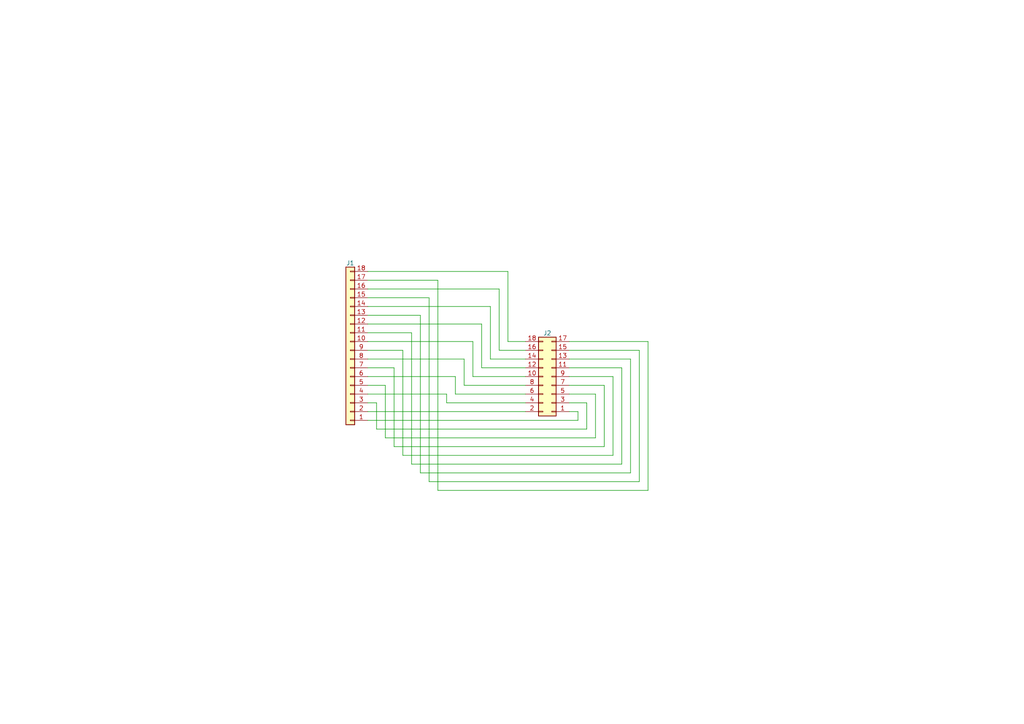
<source format=kicad_sch>
(kicad_sch (version 20211123) (generator eeschema)
  (paper "A4")
  (title_block (date "2022-12-26") (rev "1.0"))
  (lib_symbols
    (symbol "Connector_Generic:Conn_01x18" (pin_names (offset 1.016) hide)
      (property "Reference" "J" (at 0 22.86 0))
      (property "Value" "Conn_01x18" (at 0 -25.4 0))
      (symbol "Conn_01x18_1_1"
        (rectangle (start -1.27 -22.733) (end 0 -22.987) (stroke (width 0.1524)))
        (rectangle (start -1.27 -20.193) (end 0 -20.447) (stroke (width 0.1524)))
        (rectangle (start -1.27 -17.653) (end 0 -17.907) (stroke (width 0.1524)))
        (rectangle (start -1.27 -15.113) (end 0 -15.367) (stroke (width 0.1524)))
        (rectangle (start -1.27 -12.573) (end 0 -12.827) (stroke (width 0.1524)))
        (rectangle (start -1.27 -10.033) (end 0 -10.287) (stroke (width 0.1524)))
        (rectangle (start -1.27 -7.493) (end 0 -7.747) (stroke (width 0.1524)))
        (rectangle (start -1.27 -4.953) (end 0 -5.207) (stroke (width 0.1524)))
        (rectangle (start -1.27 -2.413) (end 0 -2.667) (stroke (width 0.1524)))
        (rectangle (start -1.27 0.127) (end 0 -0.127) (stroke (width 0.1524)))
        (rectangle (start -1.27 2.667) (end 0 2.413) (stroke (width 0.1524)))
        (rectangle (start -1.27 5.207) (end 0 4.953) (stroke (width 0.1524)))
        (rectangle (start -1.27 7.747) (end 0 7.493) (stroke (width 0.1524)))
        (rectangle (start -1.27 10.287) (end 0 10.033) (stroke (width 0.1524)))
        (rectangle (start -1.27 12.827) (end 0 12.573) (stroke (width 0.1524)))
        (rectangle (start -1.27 15.367) (end 0 15.113) (stroke (width 0.1524)))
        (rectangle (start -1.27 17.907) (end 0 17.653) (stroke (width 0.1524)))
        (rectangle (start -1.27 20.447) (end 0 20.193) (stroke (width 0.1524)))
        (rectangle (start -1.27 21.59) (end 1.27 -24.13) (stroke (width 0.254)) (fill (type background)))
        (pin passive line (at -5.08 20.32 0) (length 3.81) (name "Pin_1") (number "1"))
        (pin passive line (at -5.08 -2.54 0) (length 3.81) (name "Pin_10") (number "10"))
        (pin passive line (at -5.08 -5.08 0) (length 3.81) (name "Pin_11") (number "11"))
        (pin passive line (at -5.08 -7.62 0) (length 3.81) (name "Pin_12") (number "12"))
        (pin passive line (at -5.08 -10.16 0) (length 3.81) (name "Pin_13") (number "13"))
        (pin passive line (at -5.08 -12.7 0) (length 3.81) (name "Pin_14") (number "14"))
        (pin passive line (at -5.08 -15.24 0) (length 3.81) (name "Pin_15") (number "15"))
        (pin passive line (at -5.08 -17.78 0) (length 3.81) (name "Pin_16") (number "16"))
        (pin passive line (at -5.08 -20.32 0) (length 3.81) (name "Pin_17") (number "17"))
        (pin passive line (at -5.08 -22.86 0) (length 3.81) (name "Pin_18") (number "18"))
        (pin passive line (at -5.08 17.78 0) (length 3.81) (name "Pin_2") (number "2"))
        (pin passive line (at -5.08 15.24 0) (length 3.81) (name "Pin_3") (number "3"))
        (pin passive line (at -5.08 12.7 0) (length 3.81) (name "Pin_4") (number "4"))
        (pin passive line (at -5.08 10.16 0) (length 3.81) (name "Pin_5") (number "5"))
        (pin passive line (at -5.08 7.62 0) (length 3.81) (name "Pin_6") (number "6"))
        (pin passive line (at -5.08 5.08 0) (length 3.81) (name "Pin_7") (number "7"))
        (pin passive line (at -5.08 2.54 0) (length 3.81) (name "Pin_8") (number "8"))
        (pin passive line (at -5.08 0 0) (length 3.81) (name "Pin_9") (number "9"))
      )
    )
    (symbol "Connector_Generic:Conn_02x09_Odd_Even" (pin_names (offset 1.016) hide)
      (property "Reference" "J" (at 1.27 12.7 0))
      (property "Value" "Conn_02x09_Odd_Even" (at 1.27 -12.7 0))
      (symbol "Conn_02x09_Odd_Even_1_1"
        (rectangle (start -1.27 -10.033) (end 0 -10.287) (stroke (width 0.1524)))
        (rectangle (start -1.27 -7.493) (end 0 -7.747) (stroke (width 0.1524)))
        (rectangle (start -1.27 -4.953) (end 0 -5.207) (stroke (width 0.1524)))
        (rectangle (start -1.27 -2.413) (end 0 -2.667) (stroke (width 0.1524)))
        (rectangle (start -1.27 0.127) (end 0 -0.127) (stroke (width 0.1524)))
        (rectangle (start -1.27 2.667) (end 0 2.413) (stroke (width 0.1524)))
        (rectangle (start -1.27 5.207) (end 0 4.953) (stroke (width 0.1524)))
        (rectangle (start -1.27 7.747) (end 0 7.493) (stroke (width 0.1524)))
        (rectangle (start -1.27 10.287) (end 0 10.033) (stroke (width 0.1524)))
        (rectangle (start -1.27 11.43) (end 3.81 -11.43) (stroke (width 0.254)) (fill (type background)))
        (rectangle (start 3.81 -10.033) (end 2.54 -10.287) (stroke (width 0.1524)))
        (rectangle (start 3.81 -7.493) (end 2.54 -7.747) (stroke (width 0.1524)))
        (rectangle (start 3.81 -4.953) (end 2.54 -5.207) (stroke (width 0.1524)))
        (rectangle (start 3.81 -2.413) (end 2.54 -2.667) (stroke (width 0.1524)))
        (rectangle (start 3.81 0.127) (end 2.54 -0.127) (stroke (width 0.1524)))
        (rectangle (start 3.81 2.667) (end 2.54 2.413) (stroke (width 0.1524)))
        (rectangle (start 3.81 5.207) (end 2.54 4.953) (stroke (width 0.1524)))
        (rectangle (start 3.81 7.747) (end 2.54 7.493) (stroke (width 0.1524)))
        (rectangle (start 3.81 10.287) (end 2.54 10.033) (stroke (width 0.1524)))
        (pin passive line (at -5.08 10.16 0) (length 3.81) (name "Pin_1") (number "1"))
        (pin passive line (at 7.62 0 180) (length 3.81) (name "Pin_10") (number "10"))
        (pin passive line (at -5.08 -2.54 0) (length 3.81) (name "Pin_11") (number "11"))
        (pin passive line (at 7.62 -2.54 180) (length 3.81) (name "Pin_12") (number "12"))
        (pin passive line (at -5.08 -5.08 0) (length 3.81) (name "Pin_13") (number "13"))
        (pin passive line (at 7.62 -5.08 180) (length 3.81) (name "Pin_14") (number "14"))
        (pin passive line (at -5.08 -7.62 0) (length 3.81) (name "Pin_15") (number "15"))
        (pin passive line (at 7.62 -7.62 180) (length 3.81) (name "Pin_16") (number "16"))
        (pin passive line (at -5.08 -10.16 0) (length 3.81) (name "Pin_17") (number "17"))
        (pin passive line (at 7.62 -10.16 180) (length 3.81) (name "Pin_18") (number "18"))
        (pin passive line (at 7.62 10.16 180) (length 3.81) (name "Pin_2") (number "2"))
        (pin passive line (at -5.08 7.62 0) (length 3.81) (name "Pin_3") (number "3"))
        (pin passive line (at 7.62 7.62 180) (length 3.81) (name "Pin_4") (number "4"))
        (pin passive line (at -5.08 5.08 0) (length 3.81) (name "Pin_5") (number "5"))
        (pin passive line (at 7.62 5.08 180) (length 3.81) (name "Pin_6") (number "6"))
        (pin passive line (at -5.08 2.54 0) (length 3.81) (name "Pin_7") (number "7"))
        (pin passive line (at 7.62 2.54 180) (length 3.81) (name "Pin_8") (number "8"))
        (pin passive line (at -5.08 0 0) (length 3.81) (name "Pin_9") (number "9"))
      )
    )
  )
  (wire (pts (xy 165.1 101.6) (xy 185.42 101.6)))
  (wire (pts (xy 170.18 124.46) (xy 109.22 124.46)))
  (wire (pts (xy 114.3 129.54) (xy 114.3 106.68)))
  (wire (pts (xy 124.46 139.7) (xy 124.46 86.36)))
  (wire (pts (xy 116.84 132.08) (xy 116.84 101.6)))
  (wire (pts (xy 106.68 96.52) (xy 119.38 96.52)))
  (wire (pts (xy 106.68 121.92) (xy 167.64 121.92)))
  (wire (pts (xy 106.68 91.44) (xy 121.92 91.44)))
  (wire (pts (xy 170.18 116.84) (xy 170.18 124.46)))
  (wire (pts (xy 142.24 104.14) (xy 142.24 88.9)))
  (wire (pts (xy 109.22 124.46) (xy 109.22 116.84)))
  (wire (pts (xy 139.7 106.68) (xy 139.7 93.98)))
  (wire (pts (xy 106.68 114.3) (xy 129.54 114.3)))
  (wire (pts (xy 152.4 104.14) (xy 142.24 104.14)))
  (wire (pts (xy 165.1 99.06) (xy 187.96 99.06)))
  (wire (pts (xy 165.1 106.68) (xy 180.34 106.68)))
  (wire (pts (xy 185.42 101.6) (xy 185.42 139.7)))
  (wire (pts (xy 127 142.24) (xy 127 81.28)))
  (wire (pts (xy 180.34 106.68) (xy 180.34 134.62)))
  (wire (pts (xy 165.1 109.22) (xy 177.8 109.22)))
  (wire (pts (xy 152.4 116.84) (xy 129.54 116.84)))
  (wire (pts (xy 165.1 116.84) (xy 170.18 116.84)))
  (wire (pts (xy 167.64 119.38) (xy 167.64 121.92)))
  (wire (pts (xy 175.26 111.76) (xy 175.26 129.54)))
  (wire (pts (xy 144.78 101.6) (xy 144.78 83.82)))
  (wire (pts (xy 165.1 119.38) (xy 167.64 119.38)))
  (wire (pts (xy 106.68 81.28) (xy 127 81.28)))
  (wire (pts (xy 106.68 104.14) (xy 134.62 104.14)))
  (wire (pts (xy 165.1 114.3) (xy 172.72 114.3)))
  (wire (pts (xy 129.54 116.84) (xy 129.54 114.3)))
  (wire (pts (xy 182.88 104.14) (xy 182.88 137.16)))
  (wire (pts (xy 180.34 134.62) (xy 119.38 134.62)))
  (wire (pts (xy 152.4 109.22) (xy 137.16 109.22)))
  (wire (pts (xy 106.68 86.36) (xy 124.46 86.36)))
  (wire (pts (xy 106.68 93.98) (xy 139.7 93.98)))
  (wire (pts (xy 152.4 111.76) (xy 134.62 111.76)))
  (wire (pts (xy 187.96 99.06) (xy 187.96 142.24)))
  (wire (pts (xy 165.1 111.76) (xy 175.26 111.76)))
  (wire (pts (xy 147.32 99.06) (xy 147.32 78.74)))
  (wire (pts (xy 132.08 114.3) (xy 132.08 109.22)))
  (wire (pts (xy 134.62 104.14) (xy 134.62 111.76)))
  (wire (pts (xy 106.68 119.38) (xy 152.4 119.38)))
  (wire (pts (xy 114.3 129.54) (xy 175.26 129.54)))
  (wire (pts (xy 152.4 99.06) (xy 147.32 99.06)))
  (wire (pts (xy 106.68 88.9) (xy 142.24 88.9)))
  (wire (pts (xy 121.92 137.16) (xy 182.88 137.16)))
  (wire (pts (xy 106.68 83.82) (xy 144.78 83.82)))
  (wire (pts (xy 127 142.24) (xy 187.96 142.24)))
  (wire (pts (xy 111.76 127) (xy 111.76 111.76)))
  (wire (pts (xy 124.46 139.7) (xy 185.42 139.7)))
  (wire (pts (xy 121.92 137.16) (xy 121.92 91.44)))
  (wire (pts (xy 106.68 111.76) (xy 111.76 111.76)))
  (wire (pts (xy 172.72 127) (xy 111.76 127)))
  (wire (pts (xy 172.72 114.3) (xy 172.72 127)))
  (wire (pts (xy 106.68 106.68) (xy 114.3 106.68)))
  (wire (pts (xy 137.16 109.22) (xy 137.16 99.06)))
  (wire (pts (xy 165.1 104.14) (xy 182.88 104.14)))
  (wire (pts (xy 177.8 132.08) (xy 116.84 132.08)))
  (wire (pts (xy 106.68 116.84) (xy 109.22 116.84)))
  (wire (pts (xy 152.4 101.6) (xy 144.78 101.6)))
  (wire (pts (xy 177.8 109.22) (xy 177.8 132.08)))
  (wire (pts (xy 106.68 99.06) (xy 137.16 99.06)))
  (wire (pts (xy 119.38 134.62) (xy 119.38 96.52)))
  (wire (pts (xy 106.68 101.6) (xy 116.84 101.6)))
  (wire (pts (xy 106.68 78.74) (xy 147.32 78.74)))
  (wire (pts (xy 152.4 106.68) (xy 139.7 106.68)))
  (wire (pts (xy 106.68 109.22) (xy 132.08 109.22)))
  (wire (pts (xy 152.4 114.3) (xy 132.08 114.3)))
  (symbol (lib_id "Connector_Generic:Conn_02x09_Odd_Even") (at 160.02 109.22 180) (unit 1)
    (property "Reference" "J2" (at 158.75 96.6272 0))
    (property "Value" "Breakout" (effects hide))
    (property "Footprint" "Connector_PinHeader_2.54mm:PinHeader_2x09_P2.54mm_Vertical" (effects hide))
  )
  (symbol (lib_id "Connector_Generic:Conn_01x18") (at 101.6 101.6 180) (unit 1)
    (property "Reference" "J1" (at 101.6 76.3072 0))
    (property "Value" "FlatFlex" (effects hide))
    (property "Footprint" "s47-imported:GCT_FFC2B35-18-G_REVA2" (effects hide))
  )
)
</source>
